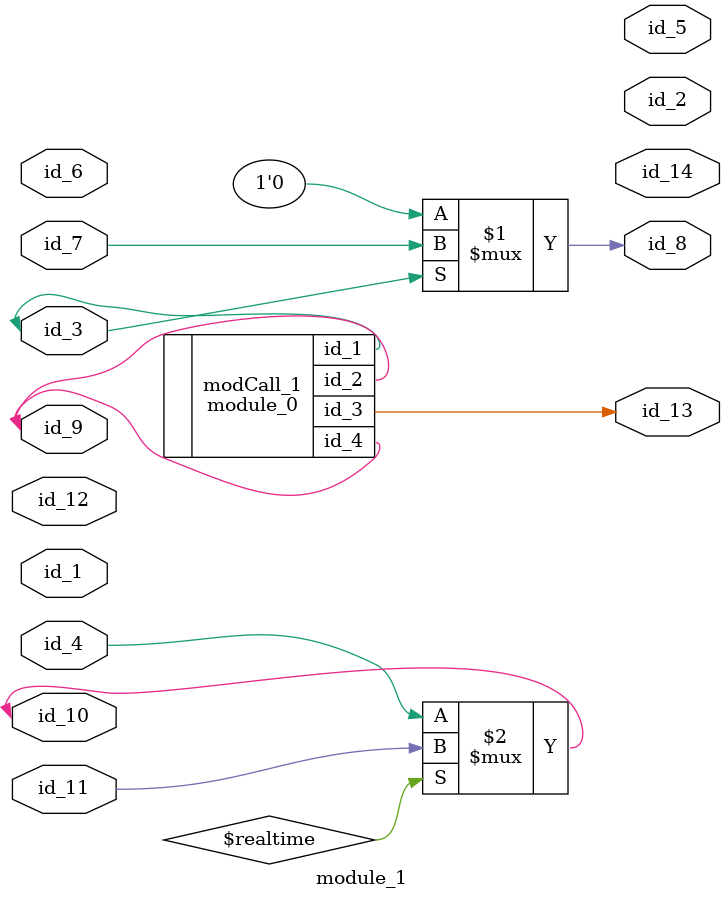
<source format=v>
module module_0 (
    id_1,
    id_2,
    id_3,
    id_4
);
  inout wire id_4;
  output wire id_3;
  inout wire id_2;
  inout wire id_1;
  wire id_5;
  wire id_6 = ((id_4));
  wire id_7;
  wire id_8;
  wire id_9;
endmodule
module module_1 (
    id_1,
    id_2,
    id_3,
    id_4,
    id_5,
    id_6,
    id_7,
    id_8,
    id_9,
    id_10,
    id_11,
    id_12,
    id_13,
    id_14
);
  output wire id_14;
  output wire id_13;
  input wire id_12;
  input wire id_11;
  inout wire id_10;
  inout wire id_9;
  output wire id_8;
  inout wire id_7;
  input wire id_6;
  output wire id_5;
  input wire id_4;
  inout wire id_3;
  output wire id_2;
  inout wire id_1;
  assign id_8 = id_3 ? id_7 : 1'b0;
  module_0 modCall_1 (
      id_3,
      id_9,
      id_13,
      id_9
  );
  assign id_10 = $realtime ? id_11 : id_4;
  wire id_15;
endmodule

</source>
